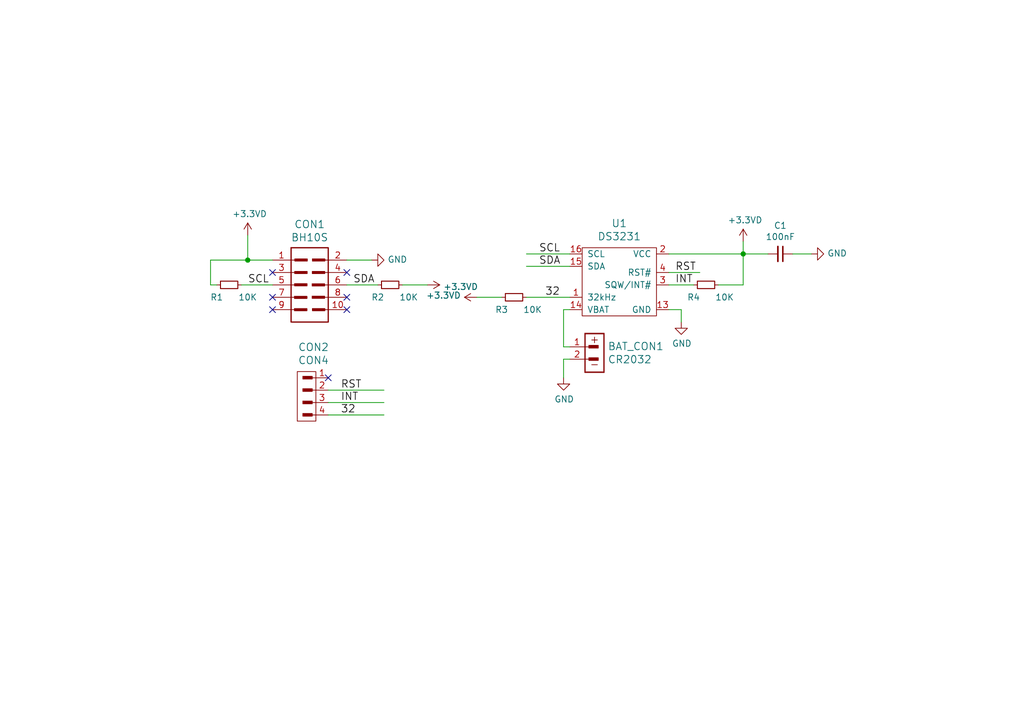
<source format=kicad_sch>
(kicad_sch (version 20230121) (generator eeschema)
  (paper "User" 210.007 148.006)
  (lib_symbols
    (symbol "MOD-RTC2_Rev_A:+3.3VD" (power) (pin_names (offset 0))
      (property "Value" "+3.3VD" (at 0 3.556 0))
      (symbol "+3.3VD_0_1"
        (polyline (pts (xy -0.762 1.27) (xy 0 2.54)))
        (polyline (pts (xy 0 0) (xy 0 2.54)))
        (polyline (pts (xy 0 2.54) (xy 0.762 1.27)))
      )
      (symbol "+3.3VD_1_1"
        (pin power_in line (at 0 0 90) (length 0) hide (name "+3.3VD") (number "1"))
      )
    )
    (symbol "MOD-RTC2_Rev_A:BAT_CON" (pin_names (offset 1.016))
      (property "Reference" "BAT_CON" (at 0.635 5.08 0))
      (property "Value" "BAT_CON" (at 0 -5.334 0))
      (symbol "BAT_CON_0_0"
        (rectangle (start -2.0066 4.064) (end 1.9812 -4.0132))
        (rectangle (start -1.905 3.9116) (end 1.8796 -3.8608))
        (rectangle (start -1.1684 -0.9652) (end 0.762 -1.524))
        (rectangle (start -1.1684 1.5748) (end 0.762 1.016))
        (rectangle (start -1.0414 1.3716) (end 0.635 1.1684))
        (rectangle (start -0.9398 -1.143) (end 0.7366 -1.3462))
        (polyline (pts (xy -1.905 -1.27) (xy -1.143 -1.27)))
        (polyline (pts (xy -1.905 1.27) (xy -1.143 1.27)))
        (rectangle (start 0.6858 1.2446) (end -0.9652 1.3462))
        (rectangle (start 0.7112 -1.3208) (end -0.9398 -1.2192))
        (rectangle (start 0.7112 1.1176) (end -1.0668 1.4732))
        (rectangle (start 0.7366 -1.4224) (end -1.0414 -1.0668))
        (text "+" (at 0 2.794 0) (effects (font (size 1.524 1.524))))
        (text "-" (at 0 -2.286 0) (effects (font (size 1.524 1.524))))
      )
      (symbol "BAT_CON_1_1"
        (pin passive line (at -5.08 1.27 0) (length 2.9972) (name "~") (number "1"))
        (pin passive line (at -5.08 -1.27 0) (length 2.9972) (name "~") (number "2"))
      )
    )
    (symbol "MOD-RTC2_Rev_A:BH10S" (pin_names (offset 1.016) hide)
      (property "Reference" "CON" (at 0.0508 8.9154 0))
      (property "Value" "BH10S" (at 0.3048 -9.4234 0))
      (symbol "BH10S_0_0"
        (rectangle (start -3.1242 -4.8514) (end -0.5588 -5.3086))
        (rectangle (start -3.1242 -2.3368) (end -0.5588 -2.794))
        (rectangle (start -3.0988 0.254) (end -0.5334 -0.2032))
        (rectangle (start -3.0734 2.7686) (end -0.508 2.3114))
        (rectangle (start -3.048 5.334) (end -0.4826 4.8768))
        (polyline (pts (xy -3.0226 -5.0038) (xy -0.5842 -5.0038) (xy -0.5842 -5.2324) (xy -2.9972 -5.2578) (xy -3.0226 -5.08) (xy -0.7112 -5.08) (xy -0.7112 -5.1562) (xy -2.9972 -5.1054)))
        (polyline (pts (xy -3.0226 0.1016) (xy -0.5842 0.1016) (xy -0.5842 -0.127) (xy -2.9972 -0.1524) (xy -3.0226 0.0254) (xy -0.7112 0.0254) (xy -0.7112 -0.0508) (xy -2.9972 0)))
        (polyline (pts (xy -2.9972 -2.4638) (xy -0.5588 -2.4638) (xy -0.5588 -2.6924) (xy -2.9718 -2.7178) (xy -2.9972 -2.54) (xy -0.6858 -2.54) (xy -0.6858 -2.6162) (xy -2.9718 -2.5654)))
        (polyline (pts (xy -2.9718 2.667) (xy -0.5334 2.667) (xy -0.5334 2.4384) (xy -2.9464 2.413) (xy -2.9718 2.5908) (xy -0.6604 2.5908) (xy -0.6604 2.5146) (xy -2.9464 2.5654)))
        (polyline (pts (xy -2.9464 5.2324) (xy -0.508 5.2324) (xy -0.508 5.0038) (xy -2.921 4.9784) (xy -2.9464 5.1562) (xy -0.635 5.1562) (xy -0.635 5.08) (xy -2.921 5.1308)))
        (polyline (pts (xy 0.5588 0.1016) (xy 2.9972 0.1016) (xy 2.9972 -0.127) (xy 0.5842 -0.1524) (xy 0.5588 0.0254) (xy 2.8702 0.0254) (xy 2.8702 -0.0508) (xy 0.5842 0)))
        (polyline (pts (xy 0.5842 -2.4384) (xy 3.0226 -2.4384) (xy 3.0226 -2.667) (xy 0.6096 -2.6924) (xy 0.5842 -2.5146) (xy 2.8956 -2.5146) (xy 2.8956 -2.5908) (xy 0.6096 -2.54)))
        (polyline (pts (xy 0.5842 2.667) (xy 3.0226 2.667) (xy 3.0226 2.4384) (xy 0.6096 2.413) (xy 0.5842 2.5908) (xy 2.8956 2.5908) (xy 2.8956 2.5146) (xy 0.6096 2.5654)))
        (polyline (pts (xy 0.635 -4.953) (xy 3.0734 -4.953) (xy 3.0734 -5.1816) (xy 0.6604 -5.207) (xy 0.635 -5.0292) (xy 2.9464 -5.0292) (xy 2.9464 -5.1054) (xy 0.6604 -5.0546)))
        (polyline (pts (xy 0.6858 5.2324) (xy 3.1242 5.2324) (xy 3.1242 5.0038) (xy 0.7112 4.9784) (xy 0.6858 5.1562) (xy 2.9972 5.1562) (xy 2.9972 5.08) (xy 0.7112 5.1308)))
        (rectangle (start 0.508 -2.3114) (end 3.0734 -2.7686))
        (rectangle (start 0.508 0.2286) (end 3.0734 -0.2286))
        (rectangle (start 0.5334 2.7686) (end 3.0988 2.3114))
        (rectangle (start 0.5588 -4.8514) (end 3.1242 -5.3086))
        (rectangle (start 0.5588 5.334) (end 3.1242 4.8768))
      )
      (symbol "BH10S_0_1"
        (rectangle (start -3.81 7.62) (end 3.81 -7.62) (stroke (width 0.254)))
        (polyline (pts (xy -3.81 -5.08) (xy -3.048 -5.08)))
        (polyline (pts (xy -3.81 -2.54) (xy -3.048 -2.54)))
        (polyline (pts (xy -3.81 0) (xy -3.048 0)))
        (polyline (pts (xy -3.81 2.54) (xy -3.048 2.54)))
        (polyline (pts (xy -3.81 5.08) (xy -3.048 5.08)))
        (polyline (pts (xy 3.81 -5.08) (xy 3.048 -5.08)))
        (polyline (pts (xy 3.81 -2.54) (xy 3.048 -2.54)))
        (polyline (pts (xy 3.81 0) (xy 3.048 0)))
        (polyline (pts (xy 3.81 2.54) (xy 3.048 2.54)))
        (polyline (pts (xy 3.81 5.08) (xy 3.048 5.08)))
      )
      (symbol "BH10S_1_1"
        (pin passive line (at -7.62 5.08 0) (length 3.7084) (name "1") (number "1"))
        (pin passive line (at 7.62 -5.08 180) (length 3.7084) (name "10") (number "10"))
        (pin passive line (at 7.62 5.08 180) (length 3.7084) (name "2") (number "2"))
        (pin passive line (at -7.62 2.54 0) (length 3.7084) (name "3") (number "3"))
        (pin passive line (at 7.62 2.54 180) (length 3.7084) (name "4") (number "4"))
        (pin passive line (at -7.62 0 0) (length 3.7084) (name "5") (number "5"))
        (pin passive line (at 7.62 0 180) (length 3.7084) (name "6") (number "6"))
        (pin passive line (at -7.62 -2.54 0) (length 3.7084) (name "7") (number "7"))
        (pin passive line (at 7.62 -2.54 180) (length 3.7084) (name "8") (number "8"))
        (pin passive line (at -7.62 -5.08 0) (length 3.7084) (name "9") (number "9"))
      )
    )
    (symbol "MOD-RTC2_Rev_A:CON4" (pin_names (offset 1.016))
      (property "Reference" "CON" (at -1.27 5.08 0))
      (property "Value" "CON4" (at -1.27 -7.62 0))
      (symbol "CON4_0_0"
        (rectangle (start -2.6416 -5.2324) (end -0.8636 -4.8768))
        (rectangle (start -2.6416 -2.6924) (end -0.8636 -2.3368))
        (rectangle (start -2.6416 -0.1524) (end -0.8636 0.2032))
        (rectangle (start -2.6162 -5.1308) (end -0.9652 -5.0292))
        (rectangle (start -2.6162 -2.5908) (end -0.9652 -2.4892))
        (rectangle (start -2.6162 -0.0508) (end -0.9652 0.0508))
        (rectangle (start -2.6162 2.3876) (end -0.8382 2.7432))
        (rectangle (start -2.5908 2.5146) (end -0.9398 2.6162))
        (rectangle (start -0.9652 -4.953) (end -2.6416 -5.1562))
        (rectangle (start -0.9652 -2.413) (end -2.6416 -2.6162))
        (rectangle (start -0.9652 0.127) (end -2.6416 -0.0762))
        (rectangle (start -0.8636 2.6416) (end -2.54 2.4384))
        (rectangle (start -0.7366 -4.7752) (end -2.667 -5.334))
        (rectangle (start -0.7366 -2.2352) (end -2.667 -2.794))
        (rectangle (start -0.7366 0.3048) (end -2.667 -0.254))
        (rectangle (start -0.7366 2.8448) (end -2.667 2.286))
        (polyline (pts (xy 0 -5.08) (xy -0.762 -5.08)))
        (polyline (pts (xy 0 -2.54) (xy -0.762 -2.54)))
        (polyline (pts (xy 0 0) (xy -0.762 0)))
        (polyline (pts (xy 0 2.54) (xy -0.762 2.54)))
      )
      (symbol "CON4_0_1"
        (rectangle (start -3.81 3.81) (end 0 -6.35))
      )
      (symbol "CON4_1_1"
        (pin passive line (at 2.54 2.54 180) (length 2.54) (name "~") (number "1"))
        (pin passive line (at 2.54 0 180) (length 2.54) (name "~") (number "2"))
        (pin passive line (at 2.54 -2.54 180) (length 2.54) (name "~") (number "3"))
        (pin passive line (at 2.54 -5.08 180) (length 2.54) (name "~") (number "4"))
      )
    )
    (symbol "MOD-RTC2_Rev_A:C_Small" (pin_numbers hide) (pin_names (offset 0.254) hide)
      (property "Reference" "C" (at 0.254 1.778 0))
      (property "Value" "C_Small" (at 0.254 -2.032 0))
      (symbol "C_Small_0_1"
        (polyline (pts (xy -1.524 -0.508) (xy 1.524 -0.508)) (stroke (width 0.3302)))
        (polyline (pts (xy -1.524 0.508) (xy 1.524 0.508)) (stroke (width 0.3048)))
      )
      (symbol "C_Small_1_1"
        (pin passive line (at 0 2.54 270) (length 1.905) (name "~") (number "1"))
        (pin passive line (at 0 -2.54 90) (length 2.032) (name "~") (number "2"))
      )
    )
    (symbol "MOD-RTC2_Rev_A:DS3231" (pin_names (offset 1.016))
      (property "Reference" "U" (at 0 7.62 0))
      (property "Value" "DS3231" (at 0 -8.89 0))
      (symbol "DS3231_0_1"
        (rectangle (start -7.62 6.35) (end 7.62 -7.62))
      )
      (symbol "DS3231_1_1"
        (pin output line (at -10.16 -3.81 0) (length 2.54) (name "32kHz") (number "1"))
        (pin input line (at 10.16 -6.35 180) (length 2.54) hide (name "GND") (number "10"))
        (pin input line (at 10.16 -6.35 180) (length 2.54) hide (name "GND") (number "11"))
        (pin input line (at 10.16 -6.35 180) (length 2.54) hide (name "GND") (number "12"))
        (pin power_in line (at 10.16 -6.35 180) (length 2.54) (name "GND") (number "13"))
        (pin power_in line (at -10.16 -6.35 0) (length 2.54) (name "VBAT") (number "14"))
        (pin bidirectional line (at -10.16 2.54 0) (length 2.54) (name "SDA") (number "15"))
        (pin input line (at -10.16 5.08 0) (length 2.54) (name "SCL") (number "16"))
        (pin power_in line (at 10.16 5.08 180) (length 2.54) (name "VCC") (number "2"))
        (pin output line (at 10.16 -1.27 180) (length 2.54) (name "SQW/INT#") (number "3"))
        (pin bidirectional line (at 10.16 1.27 180) (length 2.54) (name "RST#") (number "4"))
        (pin input line (at 10.16 -6.35 180) (length 2.54) hide (name "GND") (number "5"))
        (pin input line (at 10.16 -6.35 180) (length 2.54) hide (name "GND") (number "6"))
        (pin input line (at 10.16 -6.35 180) (length 2.54) hide (name "GND") (number "7"))
        (pin input line (at 10.16 -6.35 180) (length 2.54) hide (name "GND") (number "8"))
        (pin input line (at 10.16 -6.35 180) (length 2.54) hide (name "GND") (number "9"))
      )
    )
    (symbol "MOD-RTC2_Rev_A:GND" (power) (pin_names (offset 0))
      (property "Value" "GND" (at 0 -3.81 0))
      (symbol "GND_0_1"
        (polyline (pts (xy 0 0) (xy 0 -1.27) (xy 1.27 -1.27) (xy 0 -2.54) (xy -1.27 -1.27) (xy 0 -1.27)))
      )
      (symbol "GND_1_1"
        (pin power_in line (at 0 0 270) (length 0) hide (name "GND") (number "1"))
      )
    )
    (symbol "MOD-RTC2_Rev_A:R_Small" (pin_numbers hide) (pin_names (offset 0.254) hide)
      (property "Reference" "R" (at 0.762 0.508 0))
      (property "Value" "R_Small" (at 0.762 -1.016 0))
      (symbol "R_Small_0_1"
        (rectangle (start -0.762 1.778) (end 0.762 -1.778) (stroke (width 0.2032)))
      )
      (symbol "R_Small_1_1"
        (pin passive line (at 0 2.54 270) (length 0.762) (name "~") (number "1"))
        (pin passive line (at 0 -2.54 90) (length 0.762) (name "~") (number "2"))
      )
    )
  )
  (junction (at 152.4 52.07))
  (junction (at 50.8 53.34))
  (no_connect (at 71.12 55.88))
  (no_connect (at 71.12 60.96))
  (no_connect (at 55.88 55.88))
  (no_connect (at 55.88 60.96))
  (no_connect (at 55.88 63.5))
  (no_connect (at 71.12 63.5))
  (no_connect (at 67.31 77.47))
  (wire (pts (xy 50.8 53.34) (xy 50.8 48.26)))
  (wire (pts (xy 49.53 58.42) (xy 55.88 58.42)))
  (wire (pts (xy 152.4 52.07) (xy 157.48 52.07)))
  (wire (pts (xy 116.84 63.5) (xy 115.57 63.5)))
  (wire (pts (xy 115.57 71.12) (xy 116.84 71.12)))
  (wire (pts (xy 139.7 63.5) (xy 139.7 66.04)))
  (wire (pts (xy 71.12 58.42) (xy 77.47 58.42)))
  (wire (pts (xy 137.16 63.5) (xy 139.7 63.5)))
  (wire (pts (xy 67.31 85.09) (xy 78.74 85.09)))
  (wire (pts (xy 137.16 52.07) (xy 152.4 52.07)))
  (wire (pts (xy 102.87 60.96) (xy 97.79 60.96)))
  (wire (pts (xy 152.4 52.07) (xy 152.4 58.42)))
  (wire (pts (xy 116.84 60.96) (xy 107.95 60.96)))
  (wire (pts (xy 43.18 58.42) (xy 43.18 53.34)))
  (wire (pts (xy 116.84 54.61) (xy 107.95 54.61)))
  (wire (pts (xy 137.16 58.42) (xy 142.24 58.42)))
  (wire (pts (xy 147.32 58.42) (xy 152.4 58.42)))
  (wire (pts (xy 115.57 73.66) (xy 115.57 77.47)))
  (wire (pts (xy 67.31 82.55) (xy 78.74 82.55)))
  (wire (pts (xy 116.84 73.66) (xy 115.57 73.66)))
  (wire (pts (xy 152.4 49.53) (xy 152.4 52.07)))
  (wire (pts (xy 116.84 52.07) (xy 107.95 52.07)))
  (wire (pts (xy 162.56 52.07) (xy 166.37 52.07)))
  (wire (pts (xy 137.16 55.88) (xy 143.51 55.88)))
  (wire (pts (xy 43.18 53.34) (xy 50.8 53.34)))
  (wire (pts (xy 50.8 53.34) (xy 55.88 53.34)))
  (wire (pts (xy 71.12 53.34) (xy 76.2 53.34)))
  (wire (pts (xy 67.31 80.01) (xy 78.74 80.01)))
  (wire (pts (xy 115.57 63.5) (xy 115.57 71.12)))
  (wire (pts (xy 44.45 58.42) (xy 43.18 58.42)))
  (wire (pts (xy 82.55 58.42) (xy 87.63 58.42)))
  (label "INT" (at 138.43 58.42 0) (effects (font (size 1.524 1.524))))
  (label "INT" (at 69.85 82.55 0) (effects (font (size 1.524 1.524))))
  (label "RST" (at 138.43 55.88 0) (effects (font (size 1.524 1.524))))
  (label "SCL" (at 50.8 58.42 0) (effects (font (size 1.524 1.524))))
  (label "SDA" (at 110.49 54.61 0) (effects (font (size 1.524 1.524))))
  (label "SDA" (at 72.39 58.42 0) (effects (font (size 1.524 1.524))))
  (label "32" (at 69.85 85.09 0) (effects (font (size 1.524 1.524))))
  (label "32" (at 111.76 60.96 0) (effects (font (size 1.524 1.524))))
  (label "RST" (at 69.85 80.01 0) (effects (font (size 1.524 1.524))))
  (label "SCL" (at 110.49 52.07 0) (effects (font (size 1.524 1.524))))
  (symbol (lib_id "MOD-RTC2_Rev_A:BH10S") (at 63.5 58.42 0) (unit 1)
    (property "Reference" "CON1" (at 63.5 45.9994 0) (effects (font (size 1.524 1.524))))
    (property "Value" "BH10S" (at 63.5 48.6918 0) (effects (font (size 1.524 1.524))))
    (property "Footprint" "OLIMEX_Connectors-FP:UEXTF" (effects hide))
  )
  (symbol (lib_id "MOD-RTC2_Rev_A:DS3231") (at 127 57.15 0) (unit 1)
    (property "Reference" "U1" (at 127 45.7962 0) (effects (font (size 1.524 1.524))))
    (property "Value" "DS3231" (at 127 48.4886 0) (effects (font (size 1.524 1.524))))
    (property "Footprint" "OLIMEX_IC-FP:SO-16" (effects hide))
  )
  (symbol (lib_id "MOD-RTC2_Rev_A:BAT_CON") (at 121.92 72.39 0) (unit 1)
    (property "Reference" "BAT_CON1" (at 124.587 71.0184 0) (effects (font (size 1.524 1.524)) (justify left)))
    (property "Value" "CR2032" (at 124.587 73.7108 0) (effects (font (size 1.524 1.524)) (justify left)))
    (property "Footprint" "OLIMEX_Connectors-FP:CR2032H_PTH" (effects hide))
  )
  (symbol (lib_id "MOD-RTC2_Rev_A:GND") (at 115.57 77.47 0) (unit 1)
    (property "Reference" "#PWR07" (effects hide))
    (property "Value" "GND" (at 115.697 81.8642 0))
  )
  (symbol (lib_id "MOD-RTC2_Rev_A:GND") (at 76.2 53.34 90) (unit 1)
    (property "Reference" "#PWR02" (effects hide))
    (property "Value" "GND" (at 79.4512 53.213 90) (effects (justify right)))
  )
  (symbol (lib_id "MOD-RTC2_Rev_A:+3.3VD") (at 50.8 48.26 0) (unit 1)
    (property "Reference" "#PWR01" (effects hide))
    (property "Value" "+3.3VD" (at 51.181 43.8658 0))
  )
  (symbol (lib_id "MOD-RTC2_Rev_A:+3.3VD") (at 152.4 49.53 0) (unit 1)
    (property "Reference" "#PWR09" (effects hide))
    (property "Value" "+3.3VD" (at 152.781 45.1358 0))
  )
  (symbol (lib_id "MOD-RTC2_Rev_A:C_Small") (at 160.02 52.07 270) (unit 1)
    (property "Reference" "C1" (at 160.02 46.2534 90))
    (property "Value" "100nF" (at 160.02 48.5648 90))
    (property "Footprint" "OLIMEX_RLC-FP:C_0603_5MIL_DWS" (effects hide))
  )
  (symbol (lib_id "MOD-RTC2_Rev_A:GND") (at 166.37 52.07 90) (unit 1)
    (property "Reference" "#PWR010" (effects hide))
    (property "Value" "GND" (at 169.6212 51.943 90) (effects (justify right)))
  )
  (symbol (lib_id "MOD-RTC2_Rev_A:R_Small") (at 144.78 58.42 270) (unit 1)
    (property "Reference" "R4" (at 142.24 60.96 90))
    (property "Value" "10K" (at 148.59 60.96 90))
    (property "Footprint" "OLIMEX_RLC-FP:R_0603_5MIL_DWS" (effects hide))
  )
  (symbol (lib_id "MOD-RTC2_Rev_A:GND") (at 139.7 66.04 0) (unit 1)
    (property "Reference" "#PWR08" (effects hide))
    (property "Value" "GND" (at 139.827 70.4342 0))
  )
  (symbol (lib_id "MOD-RTC2_Rev_A:CON4") (at 64.77 80.01 0) (unit 1)
    (property "Reference" "CON2" (at 64.2874 71.1962 0) (effects (font (size 1.524 1.524))))
    (property "Value" "CON4" (at 64.2874 73.8886 0) (effects (font (size 1.524 1.524))))
    (property "Footprint" "OLIMEX_Connectors-FP:HN1x4" (effects hide))
  )
  (symbol (lib_id "MOD-RTC2_Rev_A:R_Small") (at 80.01 58.42 270) (unit 1)
    (property "Reference" "R2" (at 77.47 60.96 90))
    (property "Value" "10K" (at 83.82 60.96 90))
    (property "Footprint" "OLIMEX_RLC-FP:R_0603_5MIL_DWS" (effects hide))
  )
  (symbol (lib_id "MOD-RTC2_Rev_A:R_Small") (at 46.99 58.42 270) (unit 1)
    (property "Reference" "R1" (at 44.45 60.96 90))
    (property "Value" "10K" (at 50.8 60.96 90))
    (property "Footprint" "OLIMEX_RLC-FP:R_0603_5MIL_DWS" (effects hide))
  )
  (symbol (lib_id "MOD-RTC2_Rev_A:+3.3VD") (at 87.63 58.42 270) (unit 1)
    (property "Reference" "#PWR05" (effects hide))
    (property "Value" "+3.3VD" (at 90.8812 58.801 90) (effects (justify left)))
  )
  (symbol (lib_id "MOD-RTC2_Rev_A:R_Small") (at 105.41 60.96 270) (unit 1)
    (property "Reference" "R3" (at 102.87 63.5 90))
    (property "Value" "10K" (at 109.22 63.5 90))
    (property "Footprint" "OLIMEX_RLC-FP:R_0603_5MIL_DWS" (effects hide))
  )
  (symbol (lib_id "MOD-RTC2_Rev_A:+3.3VD") (at 97.79 60.96 90) (unit 1)
    (property "Reference" "#PWR06" (effects hide))
    (property "Value" "+3.3VD" (at 94.5388 60.579 90) (effects (justify left)))
  )
)
</source>
